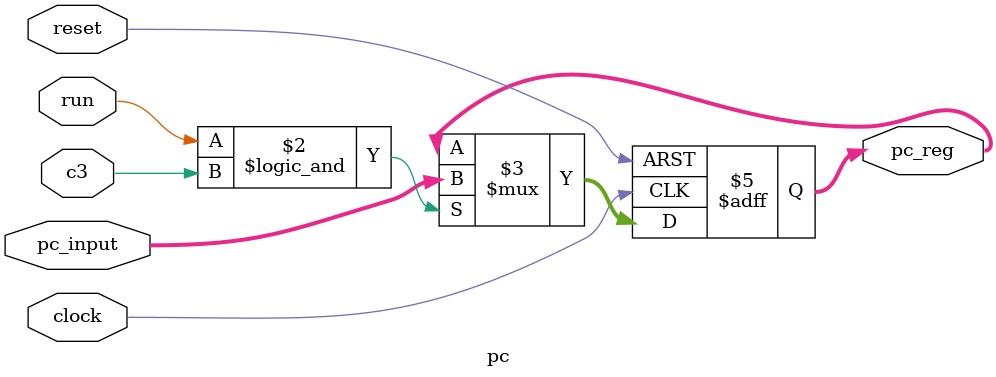
<source format=v>
/*
PC register

Specifications:
6 bit register that updates every clock cycle where c14 is on, asynch reset
*/

module pc (
    input clock,
    input reset,
    input run,
    input c3,
    input [5:0] pc_input,
    output reg [5:0] pc_reg
);

  always @(posedge clock or posedge reset) begin
    if (reset) begin
      pc_reg <= 6'b100000;
    end else begin
      if (run && c3) begin
        pc_reg <= pc_input;
      end
    end
  end

endmodule

</source>
